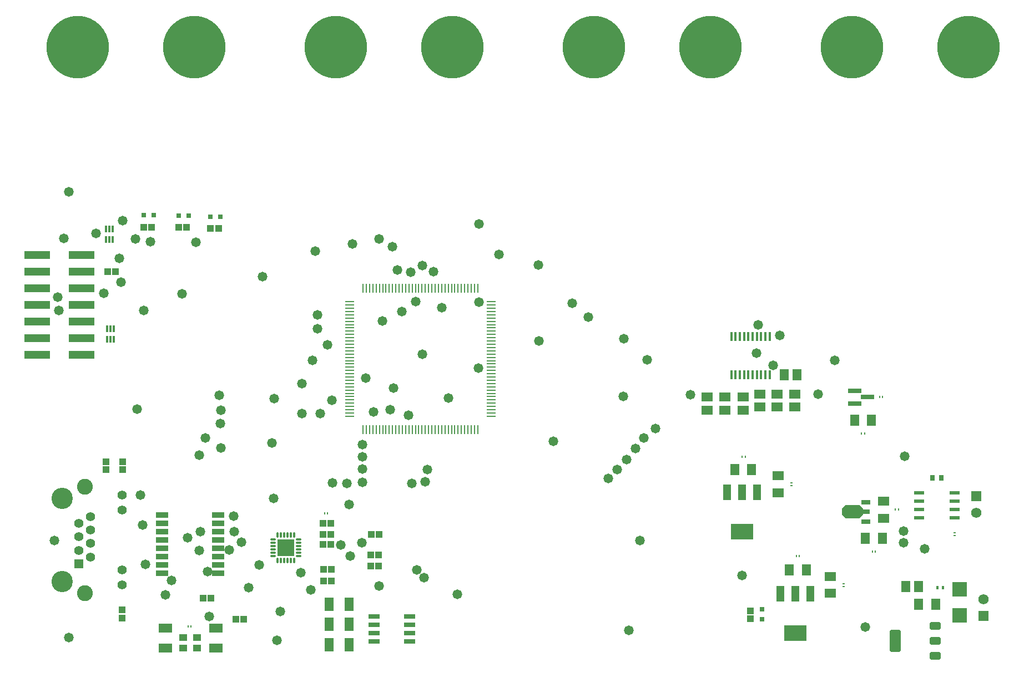
<source format=gbr>
%TF.GenerationSoftware,Altium Limited,Altium Designer,24.1.2 (44)*%
G04 Layer_Color=8388736*
%FSLAX45Y45*%
%MOMM*%
%TF.SameCoordinates,57B3B6A3-E825-4013-9261-08072AB09D51*%
%TF.FilePolarity,Negative*%
%TF.FileFunction,Soldermask,Top*%
%TF.Part,Single*%
G01*
G75*
%TA.AperFunction,SMDPad,CuDef*%
%ADD10R,0.30000X0.99000*%
%ADD14R,0.25000X0.30000*%
G04:AMPARAMS|DCode=15|XSize=0.85mm|YSize=0.3mm|CornerRadius=0.15mm|HoleSize=0mm|Usage=FLASHONLY|Rotation=90.000|XOffset=0mm|YOffset=0mm|HoleType=Round|Shape=RoundedRectangle|*
%AMROUNDEDRECTD15*
21,1,0.85000,0.00000,0,0,90.0*
21,1,0.55000,0.30000,0,0,90.0*
1,1,0.30000,0.00000,0.27500*
1,1,0.30000,0.00000,-0.27500*
1,1,0.30000,0.00000,-0.27500*
1,1,0.30000,0.00000,0.27500*
%
%ADD15ROUNDEDRECTD15*%
G04:AMPARAMS|DCode=16|XSize=0.3mm|YSize=0.85mm|CornerRadius=0.15mm|HoleSize=0mm|Usage=FLASHONLY|Rotation=90.000|XOffset=0mm|YOffset=0mm|HoleType=Round|Shape=RoundedRectangle|*
%AMROUNDEDRECTD16*
21,1,0.30000,0.55000,0,0,90.0*
21,1,0.00000,0.85000,0,0,90.0*
1,1,0.30000,0.27500,0.00000*
1,1,0.30000,0.27500,0.00000*
1,1,0.30000,-0.27500,0.00000*
1,1,0.30000,-0.27500,0.00000*
%
%ADD16ROUNDEDRECTD16*%
%ADD17R,2.60000X2.60000*%
%ADD21R,0.27940X1.35890*%
%ADD22R,1.35890X0.27940*%
%ADD24R,0.45000X1.45000*%
%ADD26R,0.30000X0.25000*%
%ADD27R,1.80000X1.40000*%
%ADD28R,1.40000X1.80000*%
%ADD30R,0.80000X0.80000*%
%ADD35R,0.40000X0.50000*%
%ADD37R,0.65872X0.81213*%
%ADD38R,1.55000X0.60000*%
%TA.AperFunction,ConnectorPad*%
%ADD39R,1.30000X1.10000*%
%TA.AperFunction,SMDPad,CuDef*%
%ADD41R,0.80000X0.80000*%
%TA.AperFunction,ComponentPad*%
%ADD47C,1.57000*%
%ADD48R,1.57000X1.57000*%
%ADD49C,9.55000*%
%ADD50C,1.39000*%
%ADD51R,1.39000X1.39000*%
%ADD52C,2.42000*%
%ADD53C,3.25000*%
%TA.AperFunction,ViaPad*%
%ADD55C,0.60000*%
%TA.AperFunction,SMDPad,CuDef*%
%ADD69R,1.00320X1.10320*%
%ADD70R,3.50320X2.40320*%
%ADD71R,1.20320X2.40320*%
%ADD72R,1.10320X1.00320*%
%ADD73R,1.85320X0.96320*%
%ADD74R,1.45320X2.00320*%
%ADD75R,1.75320X0.80320*%
%ADD76R,3.95320X1.20320*%
%ADD77R,2.00320X0.80320*%
G04:AMPARAMS|DCode=78|XSize=3.3532mm|YSize=1.6532mm|CornerRadius=0.15235mm|HoleSize=0mm|Usage=FLASHONLY|Rotation=270.000|XOffset=0mm|YOffset=0mm|HoleType=Round|Shape=RoundedRectangle|*
%AMROUNDEDRECTD78*
21,1,3.35320,1.34850,0,0,270.0*
21,1,3.04850,1.65320,0,0,270.0*
1,1,0.30470,-0.67425,-1.52425*
1,1,0.30470,-0.67425,1.52425*
1,1,0.30470,0.67425,1.52425*
1,1,0.30470,0.67425,-1.52425*
%
%ADD78ROUNDEDRECTD78*%
G04:AMPARAMS|DCode=79|XSize=1.1032mm|YSize=1.6532mm|CornerRadius=0.1511mm|HoleSize=0mm|Usage=FLASHONLY|Rotation=270.000|XOffset=0mm|YOffset=0mm|HoleType=Round|Shape=RoundedRectangle|*
%AMROUNDEDRECTD79*
21,1,1.10320,1.35100,0,0,270.0*
21,1,0.80100,1.65320,0,0,270.0*
1,1,0.30220,-0.67550,-0.40050*
1,1,0.30220,-0.67550,0.40050*
1,1,0.30220,0.67550,0.40050*
1,1,0.30220,0.67550,-0.40050*
%
%ADD79ROUNDEDRECTD79*%
%ADD80R,2.20320X2.20320*%
%ADD81R,1.40320X1.65320*%
%ADD82R,1.65320X1.40320*%
%ADD83R,2.00320X1.45320*%
G04:AMPARAMS|DCode=84|XSize=2.0032mm|YSize=3.2032mm|CornerRadius=0mm|HoleSize=0mm|Usage=FLASHONLY|Rotation=270.000|XOffset=0mm|YOffset=0mm|HoleType=Round|Shape=Octagon|*
%AMOCTAGOND84*
4,1,8,1.60160,0.50080,1.60160,-0.50080,1.10080,-1.00160,-1.10080,-1.00160,-1.60160,-0.50080,-1.60160,0.50080,-1.10080,1.00160,1.10080,1.00160,1.60160,0.50080,0.0*
%
%ADD84OCTAGOND84*%

%ADD85R,1.40320X0.70320*%
%ADD86R,1.30320X0.70320*%
%TA.AperFunction,ViaPad*%
%ADD87C,1.47320*%
D10*
X4063200Y7725900D02*
D03*
X4013200D02*
D03*
X3963200D02*
D03*
Y7564900D02*
D03*
X4013200D02*
D03*
X4063200D02*
D03*
X4050500Y9249900D02*
D03*
X4000500D02*
D03*
X3950500D02*
D03*
Y9088900D02*
D03*
X4000500D02*
D03*
X4050500D02*
D03*
D14*
X7327900Y4902200D02*
D03*
X7280400D02*
D03*
X16038451Y4965700D02*
D03*
X15990950D02*
D03*
X15684500Y4318000D02*
D03*
X15637000D02*
D03*
X15519400Y6121400D02*
D03*
X15471899D02*
D03*
X15797150Y6680200D02*
D03*
X15749651D02*
D03*
X13654150Y5765800D02*
D03*
X13701649D02*
D03*
X14479649Y4257200D02*
D03*
X14527150D02*
D03*
X5245100Y3175000D02*
D03*
X5197600D02*
D03*
D15*
X6567900Y4186500D02*
D03*
X6617900D02*
D03*
X6667900D02*
D03*
X6717900D02*
D03*
X6767900D02*
D03*
X6817900D02*
D03*
Y4576500D02*
D03*
X6767900D02*
D03*
X6717900D02*
D03*
X6667900D02*
D03*
X6617900D02*
D03*
X6567900D02*
D03*
D16*
X6887900Y4256500D02*
D03*
Y4306500D02*
D03*
Y4356500D02*
D03*
Y4406500D02*
D03*
Y4456500D02*
D03*
Y4506500D02*
D03*
X6497900D02*
D03*
Y4456500D02*
D03*
Y4406500D02*
D03*
Y4356500D02*
D03*
Y4306500D02*
D03*
Y4256500D02*
D03*
D17*
X6692900Y4381500D02*
D03*
D21*
X7869300Y8340090D02*
D03*
X7919300D02*
D03*
X7969300D02*
D03*
X8019300D02*
D03*
X8069300D02*
D03*
X8119300D02*
D03*
X8169300D02*
D03*
X8219300D02*
D03*
X8269300D02*
D03*
X8319300D02*
D03*
X8369300D02*
D03*
X8419300D02*
D03*
X8469300D02*
D03*
X8519300D02*
D03*
X8569300D02*
D03*
X8619300D02*
D03*
X8669300D02*
D03*
X8719300D02*
D03*
X8769300D02*
D03*
X8819300D02*
D03*
X8869300D02*
D03*
X8919300D02*
D03*
X8969300D02*
D03*
X9019300D02*
D03*
X9069300D02*
D03*
X9119300D02*
D03*
X9169300D02*
D03*
X9219300D02*
D03*
X9269300D02*
D03*
X9319300D02*
D03*
X9369300D02*
D03*
X9419300D02*
D03*
X9469300D02*
D03*
X9519300D02*
D03*
X9569300D02*
D03*
X9619300D02*
D03*
Y6184900D02*
D03*
X9569300D02*
D03*
X9519300D02*
D03*
X9469300D02*
D03*
X9419300D02*
D03*
X9369300D02*
D03*
X9319300D02*
D03*
X9269300D02*
D03*
X9219300D02*
D03*
X9169300D02*
D03*
X9119300D02*
D03*
X9069300D02*
D03*
X9019300D02*
D03*
X8969300D02*
D03*
X8919300D02*
D03*
X8869300D02*
D03*
X8819300D02*
D03*
X8769300D02*
D03*
X8719300D02*
D03*
X8669300D02*
D03*
X8619300D02*
D03*
X8569300D02*
D03*
X8519300D02*
D03*
X8469300D02*
D03*
X8419300D02*
D03*
X8369300D02*
D03*
X8319300D02*
D03*
X8269300D02*
D03*
X8219300D02*
D03*
X8169300D02*
D03*
X8119300D02*
D03*
X8069300D02*
D03*
X8019300D02*
D03*
X7969300D02*
D03*
X7919300D02*
D03*
X7869300D02*
D03*
D22*
X9821895Y8137495D02*
D03*
Y8087495D02*
D03*
Y8037495D02*
D03*
Y7987495D02*
D03*
Y7937495D02*
D03*
Y7887495D02*
D03*
Y7837495D02*
D03*
Y7787495D02*
D03*
Y7737495D02*
D03*
Y7687495D02*
D03*
Y7637495D02*
D03*
Y7587495D02*
D03*
Y7537495D02*
D03*
Y7487495D02*
D03*
Y7437495D02*
D03*
Y7387495D02*
D03*
Y7337495D02*
D03*
Y7287495D02*
D03*
Y7237495D02*
D03*
Y7187495D02*
D03*
Y7137495D02*
D03*
Y7087495D02*
D03*
Y7037495D02*
D03*
Y6987495D02*
D03*
Y6937495D02*
D03*
Y6887495D02*
D03*
Y6837495D02*
D03*
Y6787495D02*
D03*
Y6737495D02*
D03*
Y6687495D02*
D03*
Y6637495D02*
D03*
Y6587495D02*
D03*
Y6537495D02*
D03*
Y6487495D02*
D03*
Y6437495D02*
D03*
Y6387495D02*
D03*
X7666705D02*
D03*
Y6437495D02*
D03*
Y6487495D02*
D03*
Y6537495D02*
D03*
Y6587495D02*
D03*
Y6637495D02*
D03*
Y6687495D02*
D03*
Y6737495D02*
D03*
Y6787495D02*
D03*
Y6837495D02*
D03*
Y6887495D02*
D03*
Y6937495D02*
D03*
Y6987495D02*
D03*
Y7037495D02*
D03*
Y7087495D02*
D03*
Y7137495D02*
D03*
Y7187495D02*
D03*
Y7237495D02*
D03*
Y7287495D02*
D03*
Y7337495D02*
D03*
Y7387495D02*
D03*
Y7437495D02*
D03*
Y7487495D02*
D03*
Y7537495D02*
D03*
Y7587495D02*
D03*
Y7637495D02*
D03*
Y7687495D02*
D03*
Y7737495D02*
D03*
Y7787495D02*
D03*
Y7837495D02*
D03*
Y7887495D02*
D03*
Y7937495D02*
D03*
Y7987495D02*
D03*
Y8037495D02*
D03*
Y8087495D02*
D03*
Y8137495D02*
D03*
D24*
X14072000Y7020200D02*
D03*
X14007001D02*
D03*
X13942000D02*
D03*
X13877000D02*
D03*
X13812000D02*
D03*
X13747000D02*
D03*
X13682001D02*
D03*
X13617000D02*
D03*
X13552000D02*
D03*
X13487000D02*
D03*
Y7610200D02*
D03*
X13552000D02*
D03*
X13617000D02*
D03*
X13682001D02*
D03*
X13747000D02*
D03*
X13812000D02*
D03*
X13877000D02*
D03*
X13942000D02*
D03*
X14007001D02*
D03*
X14072000D02*
D03*
D26*
X16891000Y4562600D02*
D03*
Y4610100D02*
D03*
X14401801Y5372100D02*
D03*
Y5324600D02*
D03*
X15201900Y3833750D02*
D03*
Y3786250D02*
D03*
D27*
X15811501Y4832700D02*
D03*
Y5092700D02*
D03*
X14198599Y5219700D02*
D03*
Y5479700D02*
D03*
X14998700Y3683000D02*
D03*
Y3943000D02*
D03*
D28*
X15532100Y4521200D02*
D03*
X15792101D02*
D03*
X15367000Y6324600D02*
D03*
X15627000D02*
D03*
X13798199Y5575300D02*
D03*
X13538200D02*
D03*
X14630400Y4041300D02*
D03*
X14370399D02*
D03*
X16344901Y3517900D02*
D03*
X16604900D02*
D03*
D30*
X13957300Y3440500D02*
D03*
Y3290500D02*
D03*
D35*
X16635100Y3771900D02*
D03*
X16715100D02*
D03*
D37*
X16691971Y5448300D02*
D03*
X16556628D02*
D03*
D38*
X16894299Y5219700D02*
D03*
Y5092700D02*
D03*
Y4965700D02*
D03*
Y4838700D02*
D03*
X16354300D02*
D03*
Y4965700D02*
D03*
Y5092700D02*
D03*
Y5219700D02*
D03*
D39*
X5124000Y3009800D02*
D03*
X5334000D02*
D03*
Y2844800D02*
D03*
X5124000D02*
D03*
D41*
X5688400Y9436100D02*
D03*
X5538400D02*
D03*
X5205800Y9448800D02*
D03*
X5055800D02*
D03*
X4673600Y9461500D02*
D03*
X4523600D02*
D03*
D47*
X17335500Y3594100D02*
D03*
X17221201Y4914900D02*
D03*
D48*
X17335500Y3340100D02*
D03*
X17221201Y5168900D02*
D03*
D49*
X9232900Y12026900D02*
D03*
X17106900D02*
D03*
X15328900D02*
D03*
X13169901D02*
D03*
X11391900D02*
D03*
X7454900D02*
D03*
X5295900D02*
D03*
X3517900D02*
D03*
D50*
X4194500Y4038800D02*
D03*
Y3809800D02*
D03*
Y4952800D02*
D03*
Y5181800D02*
D03*
X3534500Y4749800D02*
D03*
Y4545800D02*
D03*
Y4341800D02*
D03*
X3712500Y4851800D02*
D03*
Y4647800D02*
D03*
Y4443800D02*
D03*
Y4239800D02*
D03*
D51*
X3534500Y4137800D02*
D03*
D52*
X3623500Y3682800D02*
D03*
Y5308800D02*
D03*
D53*
X3280500Y3860800D02*
D03*
Y5130800D02*
D03*
D55*
X6592900Y4281500D02*
D03*
Y4381500D02*
D03*
Y4481500D02*
D03*
X6692900Y4281500D02*
D03*
Y4381500D02*
D03*
Y4481500D02*
D03*
X6792900Y4281500D02*
D03*
Y4381500D02*
D03*
Y4481500D02*
D03*
D69*
X5664200Y9258300D02*
D03*
X5544200D02*
D03*
X5174600Y9271000D02*
D03*
X5054600D02*
D03*
X4641200D02*
D03*
X4521200D02*
D03*
X4095100Y8597900D02*
D03*
X3975100D02*
D03*
X8115300Y4584700D02*
D03*
X7995300D02*
D03*
X8108300Y4267200D02*
D03*
X7988300D02*
D03*
X8108300Y4102100D02*
D03*
X7988300D02*
D03*
X7378700Y4749800D02*
D03*
X7258700D02*
D03*
Y4584700D02*
D03*
X7378700D02*
D03*
X7255200Y4432300D02*
D03*
X7375200D02*
D03*
X7264400Y4051300D02*
D03*
X7384400D02*
D03*
X7264400Y3873500D02*
D03*
X7384400D02*
D03*
X5930900Y3289300D02*
D03*
X6050900D02*
D03*
X5429900Y3606800D02*
D03*
X5549900D02*
D03*
D70*
X13652499Y4627600D02*
D03*
X14465300Y3078200D02*
D03*
D71*
X13422501Y5227600D02*
D03*
X13652499D02*
D03*
X13882500D02*
D03*
X14695300Y3678200D02*
D03*
X14465300D02*
D03*
X14235300D02*
D03*
D72*
X4203700Y5575300D02*
D03*
Y5695300D02*
D03*
X3949700Y5575300D02*
D03*
Y5695300D02*
D03*
X4191000Y3429000D02*
D03*
Y3309000D02*
D03*
X13779500Y3296300D02*
D03*
Y3416300D02*
D03*
D73*
X4806900Y4876800D02*
D03*
Y4749800D02*
D03*
Y4622800D02*
D03*
Y4495800D02*
D03*
Y4368800D02*
D03*
Y4241800D02*
D03*
Y4114800D02*
D03*
X5657900Y4876800D02*
D03*
Y4749800D02*
D03*
Y4622800D02*
D03*
Y4495800D02*
D03*
Y4368800D02*
D03*
Y4241800D02*
D03*
Y4114800D02*
D03*
X4806900Y3987800D02*
D03*
X5657900D02*
D03*
D74*
X7658100Y2895600D02*
D03*
X7353100D02*
D03*
X7658300Y3517900D02*
D03*
X7353300D02*
D03*
Y3213100D02*
D03*
X7658300D02*
D03*
D75*
X8575800Y2946400D02*
D03*
Y3073400D02*
D03*
Y3200400D02*
D03*
Y3327400D02*
D03*
X8035800Y2946400D02*
D03*
Y3073400D02*
D03*
Y3200400D02*
D03*
Y3327400D02*
D03*
D76*
X2901000Y8851900D02*
D03*
Y8597900D02*
D03*
Y8343900D02*
D03*
X3576000Y8851900D02*
D03*
Y8597900D02*
D03*
Y8343900D02*
D03*
X2901000Y8089900D02*
D03*
X3576000D02*
D03*
Y7327900D02*
D03*
X2901000D02*
D03*
X3576000Y7581900D02*
D03*
X2901000D02*
D03*
X3576000Y7835900D02*
D03*
X2901000D02*
D03*
D77*
X15568600Y6680200D02*
D03*
X15368600Y6585200D02*
D03*
Y6775200D02*
D03*
D78*
X15986600Y2959100D02*
D03*
D79*
X16601601Y3189100D02*
D03*
Y2959100D02*
D03*
Y2729100D02*
D03*
D80*
X16967200Y3743300D02*
D03*
Y3343300D02*
D03*
D81*
X16344901Y3784600D02*
D03*
X16144901D02*
D03*
X14290700Y7023100D02*
D03*
X14490700D02*
D03*
D82*
X13119099Y6480200D02*
D03*
Y6680200D02*
D03*
X13919200Y6527800D02*
D03*
Y6727800D02*
D03*
X13665199Y6480200D02*
D03*
Y6680200D02*
D03*
X13385800Y6480200D02*
D03*
Y6680200D02*
D03*
X14185899Y6527800D02*
D03*
Y6727800D02*
D03*
X14452600Y6527800D02*
D03*
Y6727800D02*
D03*
D83*
X4851400Y3149800D02*
D03*
Y2844800D02*
D03*
X5626100D02*
D03*
Y3149800D02*
D03*
D84*
X15337399Y4927600D02*
D03*
D85*
X15537399Y5077600D02*
D03*
Y4777600D02*
D03*
D86*
X15542400Y4927600D02*
D03*
D87*
X6286500Y4114845D02*
D03*
X5372100Y4339987D02*
D03*
X6128124Y3774266D02*
D03*
X5501764Y4013200D02*
D03*
X5384800Y4622800D02*
D03*
X5194300Y4533900D02*
D03*
X6013263Y4463863D02*
D03*
X5905500Y4622800D02*
D03*
X5829300Y4343400D02*
D03*
X4944383Y3879942D02*
D03*
X7531100Y4419600D02*
D03*
X7327900Y7480300D02*
D03*
X8672600Y8140700D02*
D03*
X8458200Y7988300D02*
D03*
X8115300Y3793038D02*
D03*
X6553200Y2967538D02*
D03*
X3162300Y4491538D02*
D03*
X3378200Y3005638D02*
D03*
X4419600Y6498138D02*
D03*
X8280400Y6485438D02*
D03*
X8331200Y6815638D02*
D03*
X9169400Y6663238D02*
D03*
X8166100Y7844338D02*
D03*
X9067800Y8047538D02*
D03*
X8775700Y7336338D02*
D03*
X7137400Y8911138D02*
D03*
X9944100Y8860338D02*
D03*
X10553700Y7539538D02*
D03*
X10769600Y6002838D02*
D03*
X9309100Y3666038D02*
D03*
X11925300Y3119938D02*
D03*
X12090400Y4491538D02*
D03*
X13652499Y3958138D02*
D03*
X15532100Y3170738D02*
D03*
X16433800Y4364538D02*
D03*
X16128999Y5774238D02*
D03*
X13868401Y7349038D02*
D03*
X14808200Y6726738D02*
D03*
X14122400Y7162800D02*
D03*
X8032704Y6457804D02*
D03*
X7391400Y6629400D02*
D03*
X5524500Y3327400D02*
D03*
X4851400Y3657600D02*
D03*
X6604000Y3403600D02*
D03*
X4203700Y9372600D02*
D03*
X4394200Y9093200D02*
D03*
X4152900Y8801100D02*
D03*
X5105400Y8255000D02*
D03*
X3378200Y9817100D02*
D03*
X3302000Y9105900D02*
D03*
X6337300Y8521700D02*
D03*
X4622800Y9055100D02*
D03*
X5321300Y9042400D02*
D03*
X4178300Y8432800D02*
D03*
X3911600Y8267700D02*
D03*
X3213100Y8204200D02*
D03*
X10541000Y8699500D02*
D03*
X9639300Y9321800D02*
D03*
X7708900Y9017000D02*
D03*
X5461000Y6057900D02*
D03*
X5676900Y6705600D02*
D03*
X5702300Y6477000D02*
D03*
X5695950Y6280150D02*
D03*
X5702300Y5905500D02*
D03*
X5372100Y5791200D02*
D03*
X12204700Y7251700D02*
D03*
X11849100Y7569200D02*
D03*
X6934200Y6883400D02*
D03*
X8394700Y8623300D02*
D03*
X8597900Y8585200D02*
D03*
X8115300Y9093200D02*
D03*
X7175500Y7937500D02*
D03*
X8318500Y8978900D02*
D03*
X6477000Y5981700D02*
D03*
X7404100Y5372100D02*
D03*
X8813800Y5384800D02*
D03*
X8851900Y5575300D02*
D03*
X7620000Y5363309D02*
D03*
X7658100Y5041900D02*
D03*
X8610600Y5359400D02*
D03*
X6515500Y6654800D02*
D03*
X7861300Y5579411D02*
D03*
Y5376009D02*
D03*
X6934200Y6426200D02*
D03*
X8775700Y8686800D02*
D03*
X7099300Y7239000D02*
D03*
X7175500Y7721600D02*
D03*
X11836400Y6692900D02*
D03*
X12865100Y6718300D02*
D03*
X11887200Y5727700D02*
D03*
X11747500Y5575300D02*
D03*
X12331700Y6197600D02*
D03*
X12153900Y6057900D02*
D03*
X8940800Y8597900D02*
D03*
X11303000Y7899400D02*
D03*
X11061700Y8115300D02*
D03*
X16116299Y4457700D02*
D03*
Y4635500D02*
D03*
X7861300Y5765800D02*
D03*
X7073900Y3733800D02*
D03*
X7848600Y4457700D02*
D03*
X11607800Y5435600D02*
D03*
X8801100Y3924300D02*
D03*
X8686800Y4038600D02*
D03*
X8559800Y6400800D02*
D03*
X7861300Y5956300D02*
D03*
X7213600Y6426200D02*
D03*
X12026900Y5892800D02*
D03*
X4521200Y8001000D02*
D03*
X3225800D02*
D03*
X3797300Y9182100D02*
D03*
X6502400Y5130800D02*
D03*
X9626600Y7124700D02*
D03*
X7912100Y6972300D02*
D03*
X9639300Y8128000D02*
D03*
X7670800Y4254500D02*
D03*
X13899400Y7785100D02*
D03*
X5892800Y4864100D02*
D03*
X6921500Y4000500D02*
D03*
X4470400Y5181600D02*
D03*
X4546600Y4127500D02*
D03*
X4508500Y4724400D02*
D03*
X15062199Y7239000D02*
D03*
X14224001Y7620000D02*
D03*
%TF.MD5,3722b0584015afeb7efc38f2fdbeab7c*%
M02*

</source>
